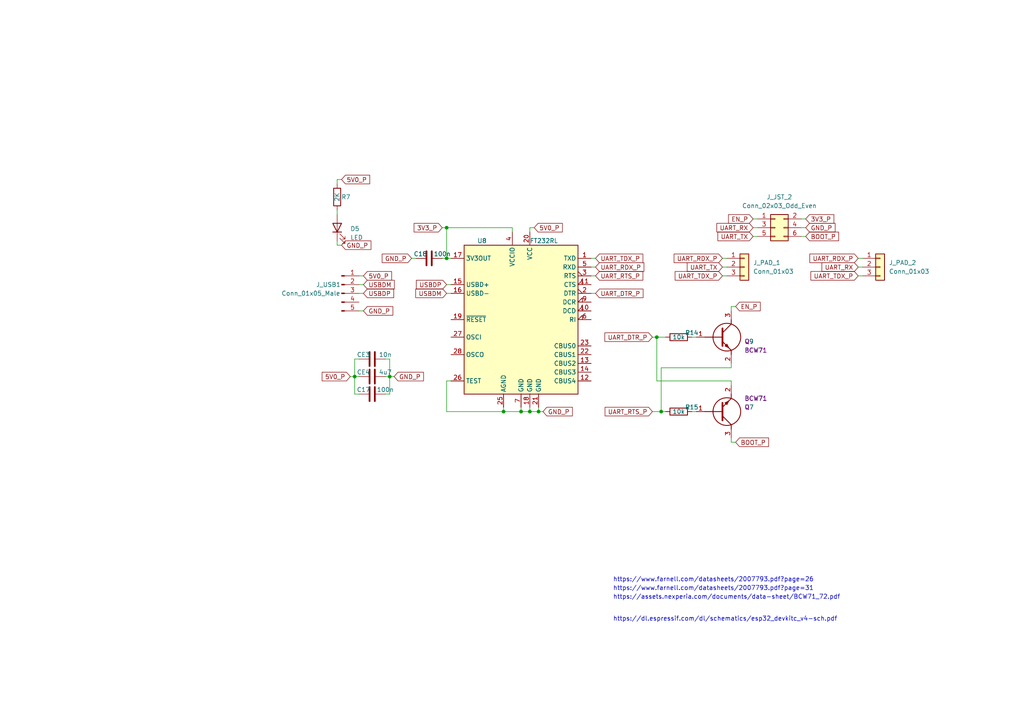
<source format=kicad_sch>
(kicad_sch (version 20211123) (generator eeschema)
  (paper "A4")
  (lib_symbols
    (symbol "BCW71:BCW71" (pin_names hide)
      (property "Value" "BCW71" (at 0 0 0))
      (property "Reference_1" "Q" (at 13.97 1.27 0))
      (property "Value_1" "BCW71" (at 13.97 -1.27 0))
      (symbol "BCW71_1_1"
        (polyline (pts (xy 2.54 0) (xy 7.62 0)) (stroke (width 0.254)))
        (polyline (pts (xy 7.62 -1.27) (xy 10.16 -3.81)) (stroke (width 0.254)))
        (polyline (pts (xy 7.62 1.27) (xy 10.16 3.81)) (stroke (width 0.254)))
        (polyline (pts (xy 7.62 2.54) (xy 7.62 -2.54)) (stroke (width 0.508)))
        (polyline (pts (xy 10.16 -3.81) (xy 10.16 -5.08)) (stroke (width 0.254)))
        (polyline (pts (xy 10.16 3.81) (xy 10.16 5.08)) (stroke (width 0.254)))
        (polyline (pts (xy 8.382 -2.54) (xy 8.89 -2.032) (xy 9.398 -3.048) (xy 8.382 -2.54)) (stroke (width 0.254)) (fill (type outline)))
        (circle (center 8.89 0) (radius 4.016) (stroke (width 0.254)))
        (pin passive line (at 0 0 0) (length 2.54) (name "B") (number "1"))
        (pin passive line (at 10.16 -7.62 90) (length 2.54) (name "E") (number "2"))
        (pin passive line (at 10.16 7.62 270) (length 2.54) (name "C") (number "3"))
      )
    )
    (symbol "Connector:Conn_01x05_Male" (pin_names (offset 1.016) hide)
      (property "Reference" "J" (at 0 7.62 0))
      (property "Value" "Conn_01x05_Male" (at 0 -7.62 0))
      (symbol "Conn_01x05_Male_1_1"
        (polyline (pts (xy 1.27 -5.08) (xy 0.8636 -5.08)) (stroke (width 0.1524)))
        (polyline (pts (xy 1.27 -2.54) (xy 0.8636 -2.54)) (stroke (width 0.1524)))
        (polyline (pts (xy 1.27 0) (xy 0.8636 0)) (stroke (width 0.1524)))
        (polyline (pts (xy 1.27 2.54) (xy 0.8636 2.54)) (stroke (width 0.1524)))
        (polyline (pts (xy 1.27 5.08) (xy 0.8636 5.08)) (stroke (width 0.1524)))
        (rectangle (start 0.8636 -4.953) (end 0 -5.207) (stroke (width 0.1524)) (fill (type outline)))
        (rectangle (start 0.8636 -2.413) (end 0 -2.667) (stroke (width 0.1524)) (fill (type outline)))
        (rectangle (start 0.8636 0.127) (end 0 -0.127) (stroke (width 0.1524)) (fill (type outline)))
        (rectangle (start 0.8636 2.667) (end 0 2.413) (stroke (width 0.1524)) (fill (type outline)))
        (rectangle (start 0.8636 5.207) (end 0 4.953) (stroke (width 0.1524)) (fill (type outline)))
        (pin passive line (at 5.08 5.08 180) (length 3.81) (name "Pin_1") (number "1"))
        (pin passive line (at 5.08 2.54 180) (length 3.81) (name "Pin_2") (number "2"))
        (pin passive line (at 5.08 0 180) (length 3.81) (name "Pin_3") (number "3"))
        (pin passive line (at 5.08 -2.54 180) (length 3.81) (name "Pin_4") (number "4"))
        (pin passive line (at 5.08 -5.08 180) (length 3.81) (name "Pin_5") (number "5"))
      )
    )
    (symbol "Connector_Generic:Conn_01x03" (pin_names (offset 1.016) hide)
      (property "Reference" "J" (at 0 5.08 0))
      (property "Value" "Conn_01x03" (at 0 -5.08 0))
      (symbol "Conn_01x03_1_1"
        (rectangle (start -1.27 -2.413) (end 0 -2.667) (stroke (width 0.1524)))
        (rectangle (start -1.27 0.127) (end 0 -0.127) (stroke (width 0.1524)))
        (rectangle (start -1.27 2.667) (end 0 2.413) (stroke (width 0.1524)))
        (rectangle (start -1.27 3.81) (end 1.27 -3.81) (stroke (width 0.254)) (fill (type background)))
        (pin passive line (at -5.08 2.54 0) (length 3.81) (name "Pin_1") (number "1"))
        (pin passive line (at -5.08 0 0) (length 3.81) (name "Pin_2") (number "2"))
        (pin passive line (at -5.08 -2.54 0) (length 3.81) (name "Pin_3") (number "3"))
      )
    )
    (symbol "Connector_Generic:Conn_02x03_Odd_Even" (pin_names (offset 1.016) hide)
      (property "Reference" "J" (at 1.27 5.08 0))
      (property "Value" "Conn_02x03_Odd_Even" (at 1.27 -5.08 0))
      (symbol "Conn_02x03_Odd_Even_1_1"
        (rectangle (start -1.27 -2.413) (end 0 -2.667) (stroke (width 0.1524)))
        (rectangle (start -1.27 0.127) (end 0 -0.127) (stroke (width 0.1524)))
        (rectangle (start -1.27 2.667) (end 0 2.413) (stroke (width 0.1524)))
        (rectangle (start -1.27 3.81) (end 3.81 -3.81) (stroke (width 0.254)) (fill (type background)))
        (rectangle (start 3.81 -2.413) (end 2.54 -2.667) (stroke (width 0.1524)))
        (rectangle (start 3.81 0.127) (end 2.54 -0.127) (stroke (width 0.1524)))
        (rectangle (start 3.81 2.667) (end 2.54 2.413) (stroke (width 0.1524)))
        (pin passive line (at -5.08 2.54 0) (length 3.81) (name "Pin_1") (number "1"))
        (pin passive line (at 7.62 2.54 180) (length 3.81) (name "Pin_2") (number "2"))
        (pin passive line (at -5.08 0 0) (length 3.81) (name "Pin_3") (number "3"))
        (pin passive line (at 7.62 0 180) (length 3.81) (name "Pin_4") (number "4"))
        (pin passive line (at -5.08 -2.54 0) (length 3.81) (name "Pin_5") (number "5"))
        (pin passive line (at 7.62 -2.54 180) (length 3.81) (name "Pin_6") (number "6"))
      )
    )
    (symbol "Device:C" (pin_numbers hide) (pin_names (offset 0.254))
      (property "Reference" "C" (at 0.635 2.54 0))
      (property "Value" "C" (at 0.635 -2.54 0))
      (symbol "C_0_1"
        (polyline (pts (xy -2.032 -0.762) (xy 2.032 -0.762)) (stroke (width 0.508)))
        (polyline (pts (xy -2.032 0.762) (xy 2.032 0.762)) (stroke (width 0.508)))
      )
      (symbol "C_1_1"
        (pin passive line (at 0 3.81 270) (length 2.794) (name "~") (number "1"))
        (pin passive line (at 0 -3.81 90) (length 2.794) (name "~") (number "2"))
      )
    )
    (symbol "Device:LED" (pin_numbers hide) (pin_names (offset 1.016) hide)
      (property "Reference" "D" (at 0 2.54 0))
      (property "Value" "LED" (at 0 -2.54 0))
      (symbol "LED_0_1"
        (polyline (pts (xy -1.27 -1.27) (xy -1.27 1.27)) (stroke (width 0.254)))
        (polyline (pts (xy -1.27 0) (xy 1.27 0)))
        (polyline (pts (xy 1.27 -1.27) (xy 1.27 1.27) (xy -1.27 0) (xy 1.27 -1.27)) (stroke (width 0.254)))
        (polyline (pts (xy -3.048 -0.762) (xy -4.572 -2.286) (xy -3.81 -2.286) (xy -4.572 -2.286) (xy -4.572 -1.524)))
        (polyline (pts (xy -1.778 -0.762) (xy -3.302 -2.286) (xy -2.54 -2.286) (xy -3.302 -2.286) (xy -3.302 -1.524)))
      )
      (symbol "LED_1_1"
        (pin passive line (at -3.81 0 0) (length 2.54) (name "K") (number "1"))
        (pin passive line (at 3.81 0 180) (length 2.54) (name "A") (number "2"))
      )
    )
    (symbol "Device:R" (pin_numbers hide) (pin_names (offset 0))
      (property "Reference" "R" (at 2.032 0 90))
      (property "Value" "R" (at 0 0 90))
      (symbol "R_0_1"
        (rectangle (start -1.016 -2.54) (end 1.016 2.54) (stroke (width 0.254)))
      )
      (symbol "R_1_1"
        (pin passive line (at 0 3.81 270) (length 1.27) (name "~") (number "1"))
        (pin passive line (at 0 -3.81 90) (length 1.27) (name "~") (number "2"))
      )
    )
    (symbol "Interface_USB:FT232RL"
      (property "Reference" "U" (at -16.51 22.86 0))
      (property "Value" "FT232RL" (at 10.16 22.86 0))
      (symbol "FT232RL_0_1"
        (rectangle (start -16.51 21.59) (end 16.51 -21.59) (stroke (width 0.254)) (fill (type background)))
      )
      (symbol "FT232RL_1_1"
        (pin output line (at 20.32 17.78 180) (length 3.81) (name "TXD") (number "1"))
        (pin input input_low (at 20.32 2.54 180) (length 3.81) (name "DCD") (number "10"))
        (pin input input_low (at 20.32 10.16 180) (length 3.81) (name "CTS") (number "11"))
        (pin bidirectional line (at 20.32 -17.78 180) (length 3.81) (name "CBUS4") (number "12"))
        (pin bidirectional line (at 20.32 -12.7 180) (length 3.81) (name "CBUS2") (number "13"))
        (pin bidirectional line (at 20.32 -15.24 180) (length 3.81) (name "CBUS3") (number "14"))
        (pin bidirectional line (at -20.32 10.16 0) (length 3.81) (name "USBD+") (number "15"))
        (pin bidirectional line (at -20.32 7.62 0) (length 3.81) (name "USBD-") (number "16"))
        (pin power_out line (at -20.32 17.78 0) (length 3.81) (name "3V3OUT") (number "17"))
        (pin power_in line (at 2.54 -25.4 90) (length 3.81) (name "GND") (number "18"))
        (pin input line (at -20.32 0 0) (length 3.81) (name "~{RESET}") (number "19"))
        (pin output output_low (at 20.32 7.62 180) (length 3.81) (name "DTR") (number "2"))
        (pin power_in line (at 2.54 25.4 270) (length 3.81) (name "VCC") (number "20"))
        (pin power_in line (at 5.08 -25.4 90) (length 3.81) (name "GND") (number "21"))
        (pin bidirectional line (at 20.32 -10.16 180) (length 3.81) (name "CBUS1") (number "22"))
        (pin bidirectional line (at 20.32 -7.62 180) (length 3.81) (name "CBUS0") (number "23"))
        (pin power_in line (at -5.08 -25.4 90) (length 3.81) (name "AGND") (number "25"))
        (pin input line (at -20.32 -17.78 0) (length 3.81) (name "TEST") (number "26"))
        (pin input line (at -20.32 -5.08 0) (length 3.81) (name "OSCI") (number "27"))
        (pin output line (at -20.32 -10.16 0) (length 3.81) (name "OSCO") (number "28"))
        (pin output output_low (at 20.32 12.7 180) (length 3.81) (name "RTS") (number "3"))
        (pin power_in line (at -2.54 25.4 270) (length 3.81) (name "VCCIO") (number "4"))
        (pin input line (at 20.32 15.24 180) (length 3.81) (name "RXD") (number "5"))
        (pin input input_low (at 20.32 0 180) (length 3.81) (name "RI") (number "6"))
        (pin power_in line (at 0 -25.4 90) (length 3.81) (name "GND") (number "7"))
        (pin input input_low (at 20.32 5.08 180) (length 3.81) (name "DCR") (number "9"))
      )
    )
  )
  (junction (at 190.5 97.79))
  (junction (at 156.21 119.38))
  (junction (at 151.13 119.38))
  (junction (at 153.67 119.38))
  (junction (at 102.87 109.22))
  (junction (at 129.54 74.93))
  (junction (at 129.54 66.04))
  (junction (at 113.03 109.22))
  (junction (at 191.77 119.38))
  (junction (at 146.05 119.38))
  (wire (pts (xy 190.5 110.49) (xy 212.09 110.49)))
  (wire (pts (xy 113.03 104.14) (xy 113.03 109.22)))
  (wire (pts (xy 130.81 110.49) (xy 129.54 110.49)))
  (wire (pts (xy 129.54 82.55) (xy 130.81 82.55)))
  (wire (pts (xy 153.67 66.04) (xy 153.67 67.31)))
  (wire (pts (xy 102.87 114.3) (xy 102.87 109.22)))
  (wire (pts (xy 153.67 119.38) (xy 156.21 119.38)))
  (wire (pts (xy 200.66 97.79) (xy 201.93 97.79)))
  (wire (pts (xy 156.21 118.11) (xy 156.21 119.38)))
  (wire (pts (xy 129.54 66.04) (xy 129.54 74.93)))
  (wire (pts (xy 113.03 114.3) (xy 113.03 109.22)))
  (wire (pts (xy 151.13 119.38) (xy 153.67 119.38)))
  (wire (pts (xy 129.54 119.38) (xy 146.05 119.38)))
  (wire (pts (xy 129.54 110.49) (xy 129.54 119.38)))
  (wire (pts (xy 128.27 74.93) (xy 129.54 74.93)))
  (wire (pts (xy 156.21 119.38) (xy 157.48 119.38)))
  (wire (pts (xy 189.23 119.38) (xy 191.77 119.38)))
  (wire (pts (xy 105.41 90.17) (xy 104.14 90.17)))
  (wire (pts (xy 97.79 60.96) (xy 97.79 62.23)))
  (wire (pts (xy 105.41 85.09) (xy 104.14 85.09)))
  (wire (pts (xy 105.41 80.01) (xy 104.14 80.01)))
  (wire (pts (xy 97.79 69.85) (xy 97.79 71.12)))
  (wire (pts (xy 248.92 74.93) (xy 250.19 74.93)))
  (wire (pts (xy 105.41 82.55) (xy 104.14 82.55)))
  (wire (pts (xy 189.23 97.79) (xy 190.5 97.79)))
  (wire (pts (xy 104.14 114.3) (xy 102.87 114.3)))
  (wire (pts (xy 212.09 105.41) (xy 212.09 106.68)))
  (wire (pts (xy 209.55 74.93) (xy 210.82 74.93)))
  (wire (pts (xy 212.09 110.49) (xy 212.09 111.76)))
  (wire (pts (xy 111.76 104.14) (xy 113.03 104.14)))
  (wire (pts (xy 172.72 77.47) (xy 171.45 77.47)))
  (wire (pts (xy 129.54 74.93) (xy 130.81 74.93)))
  (wire (pts (xy 154.94 66.04) (xy 153.67 66.04)))
  (wire (pts (xy 191.77 119.38) (xy 193.04 119.38)))
  (wire (pts (xy 99.06 52.07) (xy 97.79 52.07)))
  (wire (pts (xy 111.76 114.3) (xy 113.03 114.3)))
  (wire (pts (xy 113.03 109.22) (xy 114.3 109.22)))
  (wire (pts (xy 146.05 119.38) (xy 151.13 119.38)))
  (wire (pts (xy 104.14 104.14) (xy 102.87 104.14)))
  (wire (pts (xy 232.41 63.5) (xy 233.68 63.5)))
  (wire (pts (xy 213.36 88.9) (xy 212.09 88.9)))
  (wire (pts (xy 209.55 77.47) (xy 210.82 77.47)))
  (wire (pts (xy 212.09 88.9) (xy 212.09 90.17)))
  (wire (pts (xy 218.44 63.5) (xy 219.71 63.5)))
  (wire (pts (xy 212.09 106.68) (xy 191.77 106.68)))
  (wire (pts (xy 97.79 71.12) (xy 99.06 71.12)))
  (wire (pts (xy 172.72 85.09) (xy 171.45 85.09)))
  (wire (pts (xy 209.55 80.01) (xy 210.82 80.01)))
  (wire (pts (xy 190.5 97.79) (xy 190.5 110.49)))
  (wire (pts (xy 128.27 66.04) (xy 129.54 66.04)))
  (wire (pts (xy 102.87 109.22) (xy 104.14 109.22)))
  (wire (pts (xy 119.38 74.93) (xy 120.65 74.93)))
  (wire (pts (xy 113.03 109.22) (xy 111.76 109.22)))
  (wire (pts (xy 191.77 106.68) (xy 191.77 119.38)))
  (wire (pts (xy 213.36 128.27) (xy 212.09 128.27)))
  (wire (pts (xy 248.92 80.01) (xy 250.19 80.01)))
  (wire (pts (xy 148.59 67.31) (xy 148.59 66.04)))
  (wire (pts (xy 102.87 104.14) (xy 102.87 109.22)))
  (wire (pts (xy 190.5 97.79) (xy 193.04 97.79)))
  (wire (pts (xy 153.67 118.11) (xy 153.67 119.38)))
  (wire (pts (xy 97.79 52.07) (xy 97.79 53.34)))
  (wire (pts (xy 218.44 66.04) (xy 219.71 66.04)))
  (wire (pts (xy 172.72 80.01) (xy 171.45 80.01)))
  (wire (pts (xy 248.92 77.47) (xy 250.19 77.47)))
  (wire (pts (xy 172.72 74.93) (xy 171.45 74.93)))
  (wire (pts (xy 218.44 68.58) (xy 219.71 68.58)))
  (wire (pts (xy 146.05 118.11) (xy 146.05 119.38)))
  (wire (pts (xy 101.6 109.22) (xy 102.87 109.22)))
  (wire (pts (xy 212.09 128.27) (xy 212.09 127)))
  (wire (pts (xy 129.54 85.09) (xy 130.81 85.09)))
  (wire (pts (xy 232.41 66.04) (xy 233.68 66.04)))
  (wire (pts (xy 232.41 68.58) (xy 233.68 68.58)))
  (wire (pts (xy 200.66 119.38) (xy 201.93 119.38)))
  (wire (pts (xy 148.59 66.04) (xy 129.54 66.04)))
  (wire (pts (xy 151.13 118.11) (xy 151.13 119.38)))
  (text "https://assets.nexperia.com/documents/data-sheet/BCW71_72.pdf" (at 177.8 173.99 0) (effects (font (size 1.27 1.27)) (justify left bottom)))
  (text "https://www.farnell.com/datasheets/2007793.pdf?page=26" (at 177.8 168.91 0) (effects (font (size 1.27 1.27)) (justify left bottom)))
  (text "https://dl.espressif.com/dl/schematics/esp32_devkitc_v4-sch.pdf" (at 177.8 180.34 0) (effects (font (size 1.27 1.27)) (justify left bottom)))
  (text "https://www.farnell.com/datasheets/2007793.pdf?page=31" (at 177.8 171.45 0) (effects (font (size 1.27 1.27)) (justify left bottom)))
  (global_label "5V0_P" (shape input) (at 105.41 80.01 0) (property "Intersheet References" "${INTERSHEET_REFS}" (effects hide)))
  (global_label "GND_P" (shape input) (at 114.3 109.22 0) (property "Intersheet References" "${INTERSHEET_REFS}" (effects hide)))
  (global_label "UART_TX" (shape input) (at 209.55 77.47 180) (property "Intersheet References" "${INTERSHEET_REFS}" (effects hide)))
  (global_label "EN_P" (shape input) (at 218.44 63.5 180) (property "Intersheet References" "${INTERSHEET_REFS}" (effects hide)))
  (global_label "BOOT_P" (shape input) (at 213.36 128.27 0) (property "Intersheet References" "${INTERSHEET_REFS}" (effects hide)))
  (global_label "UART_RX" (shape input) (at 248.92 77.47 180) (property "Intersheet References" "${INTERSHEET_REFS}" (effects hide)))
  (global_label "USBDP" (shape input) (at 105.41 85.09 0) (property "Intersheet References" "${INTERSHEET_REFS}" (effects hide)))
  (global_label "UART_RDX_P" (shape input) (at 248.92 74.93 180) (property "Intersheet References" "${INTERSHEET_REFS}" (effects hide)))
  (global_label "5V0_P" (shape input) (at 154.94 66.04 0) (property "Intersheet References" "${INTERSHEET_REFS}" (effects hide)))
  (global_label "3V3_P" (shape input) (at 233.68 63.5 0) (property "Intersheet References" "${INTERSHEET_REFS}" (effects hide)))
  (global_label "GND_P" (shape input) (at 99.06 71.12 0) (property "Intersheet References" "${INTERSHEET_REFS}" (effects hide)))
  (global_label "GND_P" (shape input) (at 157.48 119.38 0) (property "Intersheet References" "${INTERSHEET_REFS}" (effects hide)))
  (global_label "BOOT_P" (shape input) (at 233.68 68.58 0) (property "Intersheet References" "${INTERSHEET_REFS}" (effects hide)))
  (global_label "USBDP" (shape input) (at 129.54 82.55 180) (property "Intersheet References" "${INTERSHEET_REFS}" (effects hide)))
  (global_label "EN_P" (shape input) (at 213.36 88.9 0) (property "Intersheet References" "${INTERSHEET_REFS}" (effects hide)))
  (global_label "UART_TDX_P" (shape input) (at 209.55 80.01 180) (property "Intersheet References" "${INTERSHEET_REFS}" (effects hide)))
  (global_label "5V0_P" (shape input) (at 101.6 109.22 180) (property "Intersheet References" "${INTERSHEET_REFS}" (effects hide)))
  (global_label "USBDM" (shape input) (at 105.41 82.55 0) (property "Intersheet References" "${INTERSHEET_REFS}" (effects hide)))
  (global_label "UART_RX" (shape input) (at 218.44 66.04 180) (property "Intersheet References" "${INTERSHEET_REFS}" (effects hide)))
  (global_label "USBDM" (shape input) (at 129.54 85.09 180) (property "Intersheet References" "${INTERSHEET_REFS}" (effects hide)))
  (global_label "UART_RTS_P" (shape input) (at 189.23 119.38 180) (property "Intersheet References" "${INTERSHEET_REFS}" (effects hide)))
  (global_label "GND_P" (shape input) (at 233.68 66.04 0) (property "Intersheet References" "${INTERSHEET_REFS}" (effects hide)))
  (global_label "UART_RTS_P" (shape input) (at 172.72 80.01 0) (property "Intersheet References" "${INTERSHEET_REFS}" (effects hide)))
  (global_label "3V3_P" (shape input) (at 128.27 66.04 180) (property "Intersheet References" "${INTERSHEET_REFS}" (effects hide)))
  (global_label "UART_RDX_P" (shape input) (at 209.55 74.93 180) (property "Intersheet References" "${INTERSHEET_REFS}" (effects hide)))
  (global_label "GND_P" (shape input) (at 119.38 74.93 180) (property "Intersheet References" "${INTERSHEET_REFS}" (effects hide)))
  (global_label "GND_P" (shape input) (at 105.41 90.17 0) (property "Intersheet References" "${INTERSHEET_REFS}" (effects hide)))
  (global_label "UART_TX" (shape input) (at 218.44 68.58 180) (property "Intersheet References" "${INTERSHEET_REFS}" (effects hide)))
  (global_label "UART_DTR_P" (shape input) (at 189.23 97.79 180) (property "Intersheet References" "${INTERSHEET_REFS}" (effects hide)))
  (global_label "UART_TDX_P" (shape input) (at 172.72 74.93 0) (property "Intersheet References" "${INTERSHEET_REFS}" (effects hide)))
  (global_label "UART_DTR_P" (shape input) (at 172.72 85.09 0) (property "Intersheet References" "${INTERSHEET_REFS}" (effects hide)))
  (global_label "UART_RDX_P" (shape input) (at 172.72 77.47 0) (property "Intersheet References" "${INTERSHEET_REFS}" (effects hide)))
  (global_label "UART_TDX_P" (shape input) (at 248.92 80.01 180) (property "Intersheet References" "${INTERSHEET_REFS}" (effects hide)))
  (global_label "5V0_P" (shape input) (at 99.06 52.07 0) (property "Intersheet References" "${INTERSHEET_REFS}" (effects hide)))
  (symbol (lib_id "Device:R") (at 196.85 97.79 270) (unit 1)
    (property "Reference" "R14" (at 200.66 96.52 90))
    (property "Value" "10k" (at 196.85 97.79 90))
    (property "Footprint" "Resistor_SMD:R_0805_2012Metric" (effects hide))
  )
  (symbol (lib_id "Device:R") (at 196.85 119.38 270) (unit 1)
    (property "Reference" "R15" (at 200.66 118.11 90))
    (property "Value" "10k" (at 196.85 119.38 90))
    (property "Footprint" "Resistor_SMD:R_0805_2012Metric" (effects hide))
  )
  (symbol (lib_id "Connector:Conn_01x05_Male") (at 99.06 85.09 0) (unit 1)
    (property "Reference" "J_USB1" (at 95.25 82.55 0))
    (property "Value" "Conn_01x05_Male" (at 90.17 85.09 0))
    (property "Footprint" "Connector_PinHeader_2.54mm:PinHeader_1x05_P2.54mm_Vertical" (effects hide))
  )
  (symbol (lib_id "BCW71:BCW71") (at 201.93 119.38 0) (mirror x) (unit 1)
    (property "Reference" "U7" (at 215.9 118.11 0) (effects (justify left)))
    (property "Value" "BCW71" (at 215.9 115.57 0) (effects (justify left)))
    (property "Footprint" "BCW71:SOT95P230X110-3N" (effects hide))
    (property "Reference_1" "Q" (at 215.9 118.1101 0) (effects (justify left)))
    (property "Value_1" "BCW71" (at 215.9 115.5701 0) (effects (justify left)))
    (property "Footprint_1" "SOT95P230X110-3N" (effects hide))
    (property "Datasheet_1" "https://componentsearchengine.com/Datasheets/2/BCW71.pdf" (effects hide))
    (property "Height" "1.1" (effects hide))
    (property "Manufacturer_Name" "onsemi" (effects hide))
    (property "Manufacturer_Part_Number" "BCW71" (effects hide))
    (property "Mouser Part Number" "512-BCW71" (effects hide))
    (property "Mouser Price/Stock" "https://www.mouser.co.uk/ProductDetail/onsemi-Fairchild/BCW71?qs=UMEuL5FsraBSW5kwcQ3Wug%3D%3D" (effects hide))
    (property "Arrow Part Number" "BCW71" (effects hide))
    (property "Arrow Price/Stock" "https://www.arrow.com/en/products/bcw71/on-semiconductor?region=europe" (effects hide))
  )
  (symbol (lib_id "Device:R") (at 97.79 57.15 0) (unit 1)
    (property "Reference" "R7" (at 100.33 57.15 0))
    (property "Value" "2K" (at 97.79 57.15 90))
    (property "Footprint" "Resistor_SMD:R_0805_2012Metric" (effects hide))
  )
  (symbol (lib_id "Device:C") (at 107.95 114.3 90) (unit 1)
    (property "Reference" "C17" (at 105.41 113.03 90))
    (property "Value" "100n" (at 111.76 113.03 90))
    (property "Footprint" "Capacitor_SMD:C_0805_2012Metric" (effects hide))
  )
  (symbol (lib_id "Connector_Generic:Conn_01x03") (at 215.9 77.47 0) (unit 1)
    (property "Reference" "J_PAD_1" (at 218.44 76.1999 0) (effects (justify left)))
    (property "Value" "Conn_01x03" (at 218.44 78.7399 0) (effects (justify left)))
    (property "Footprint" "Jumper:SolderJumper-3_P2.0mm_Open_TrianglePad1.0x1.5mm_NumberLabels" (effects hide))
  )
  (symbol (lib_id "Device:C") (at 124.46 74.93 90) (unit 1)
    (property "Reference" "C18" (at 121.92 73.66 90))
    (property "Value" "100n" (at 128.27 73.66 90))
    (property "Footprint" "Capacitor_SMD:C_0805_2012Metric" (effects hide))
  )
  (symbol (lib_id "Connector_Generic:Conn_02x03_Odd_Even") (at 224.79 66.04 0) (unit 1)
    (property "Reference" "J_JST_2" (at 226.06 57.15 0))
    (property "Value" "Conn_02x03_Odd_Even" (at 226.06 59.69 0))
    (property "Footprint" "6130XX21821_61300621821:61300621821" (effects hide))
  )
  (symbol (lib_id "Connector_Generic:Conn_01x03") (at 255.27 77.47 0) (unit 1)
    (property "Reference" "J_PAD_2" (at 257.81 76.1999 0) (effects (justify left)))
    (property "Value" "Conn_01x03" (at 257.81 78.7399 0) (effects (justify left)))
    (property "Footprint" "Jumper:SolderJumper-3_P2.0mm_Open_TrianglePad1.0x1.5mm_NumberLabels" (effects hide))
  )
  (symbol (lib_id "Device:LED") (at 97.79 66.04 90) (unit 1)
    (property "Reference" "D5" (at 101.6 66.3574 90) (effects (justify right)))
    (property "Value" "LED" (at 101.6 68.8974 90) (effects (justify right)))
    (property "Footprint" "LED_SMD:LED_0805_2012Metric" (effects hide))
  )
  (symbol (lib_id "Interface_USB:FT232RL") (at 151.13 92.71 0) (unit 1)
    (property "Reference" "U8" (at 138.43 69.85 0) (effects (justify left)))
    (property "Value" "FT232RL" (at 153.67 69.85 0) (effects (justify left)))
    (property "Footprint" "Package_SO:SSOP-28_5.3x10.2mm_P0.65mm" (effects hide))
    (property "Datasheet" "https://www.ftdichip.com/Support/Documents/DataSheets/ICs/DS_FT232R.pdf" (effects hide))
  )
  (symbol (lib_id "Device:C") (at 107.95 104.14 90) (unit 1)
    (property "Reference" "CE3" (at 105.41 102.87 90))
    (property "Value" "10n" (at 111.76 102.87 90))
    (property "Footprint" "Capacitor_SMD:C_0805_2012Metric" (effects hide))
  )
  (symbol (lib_id "Device:C") (at 107.95 109.22 90) (unit 1)
    (property "Reference" "CE4" (at 105.41 107.95 90))
    (property "Value" "4u7" (at 111.76 107.95 90))
    (property "Footprint" "Capacitor_THT:CP_Radial_D5.0mm_P2.00mm" (effects hide))
  )
  (symbol (lib_id "BCW71:BCW71") (at 201.93 97.79 0) (unit 1)
    (property "Reference" "U9" (at 215.9 99.06 0) (effects (justify left)))
    (property "Value" "BCW71" (at 215.9 101.6 0) (effects (justify left)))
    (property "Footprint" "BCW71:SOT95P230X110-3N" (effects hide))
    (property "Reference_1" "Q" (at 215.9 99.0599 0) (effects (justify left)))
    (property "Value_1" "BCW71" (at 215.9 101.5999 0) (effects (justify left)))
    (property "Footprint_1" "SOT95P230X110-3N" (effects hide))
    (property "Datasheet_1" "https://componentsearchengine.com/Datasheets/2/BCW71.pdf" (effects hide))
    (property "Height" "1.1" (effects hide))
    (property "Manufacturer_Name" "onsemi" (effects hide))
    (property "Manufacturer_Part_Number" "BCW71" (effects hide))
    (property "Mouser Part Number" "512-BCW71" (effects hide))
    (property "Mouser Price/Stock" "https://www.mouser.co.uk/ProductDetail/onsemi-Fairchild/BCW71?qs=UMEuL5FsraBSW5kwcQ3Wug%3D%3D" (effects hide))
    (property "Arrow Part Number" "BCW71" (effects hide))
    (property "Arrow Price/Stock" "https://www.arrow.com/en/products/bcw71/on-semiconductor?region=europe" (effects hide))
  )
)
</source>
